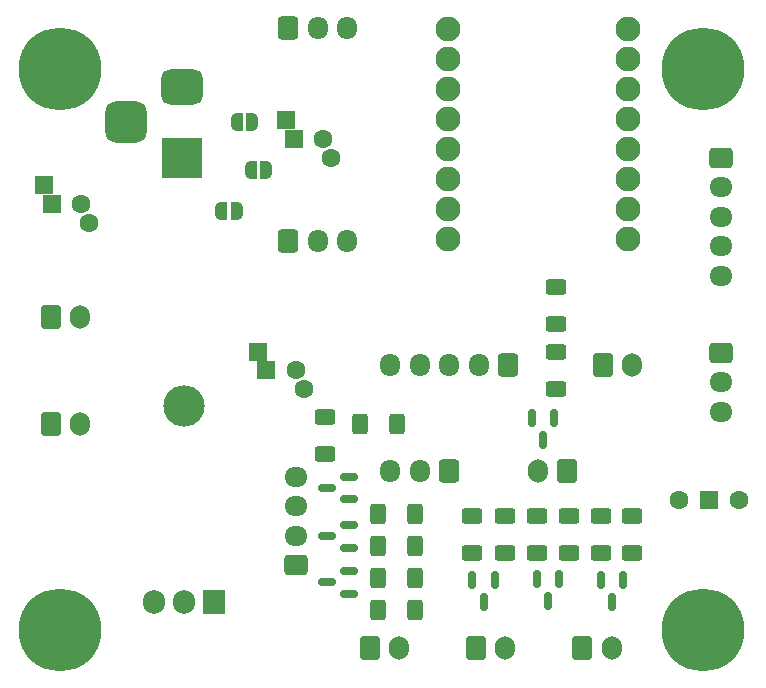
<source format=gbs>
G04 #@! TF.GenerationSoftware,KiCad,Pcbnew,8.0.5-8.0.5-0~ubuntu24.04.1*
G04 #@! TF.CreationDate,2024-09-30T22:34:35+02:00*
G04 #@! TF.ProjectId,ESP32-C3_LED_driver_PCB,45535033-322d-4433-935f-4c45445f6472,v1.0*
G04 #@! TF.SameCoordinates,Original*
G04 #@! TF.FileFunction,Soldermask,Bot*
G04 #@! TF.FilePolarity,Negative*
%FSLAX46Y46*%
G04 Gerber Fmt 4.6, Leading zero omitted, Abs format (unit mm)*
G04 Created by KiCad (PCBNEW 8.0.5-8.0.5-0~ubuntu24.04.1) date 2024-09-30 22:34:35*
%MOMM*%
%LPD*%
G01*
G04 APERTURE LIST*
G04 Aperture macros list*
%AMRoundRect*
0 Rectangle with rounded corners*
0 $1 Rounding radius*
0 $2 $3 $4 $5 $6 $7 $8 $9 X,Y pos of 4 corners*
0 Add a 4 corners polygon primitive as box body*
4,1,4,$2,$3,$4,$5,$6,$7,$8,$9,$2,$3,0*
0 Add four circle primitives for the rounded corners*
1,1,$1+$1,$2,$3*
1,1,$1+$1,$4,$5*
1,1,$1+$1,$6,$7*
1,1,$1+$1,$8,$9*
0 Add four rect primitives between the rounded corners*
20,1,$1+$1,$2,$3,$4,$5,0*
20,1,$1+$1,$4,$5,$6,$7,0*
20,1,$1+$1,$6,$7,$8,$9,0*
20,1,$1+$1,$8,$9,$2,$3,0*%
%AMFreePoly0*
4,1,19,0.500000,-0.750000,0.000000,-0.750000,0.000000,-0.744911,-0.071157,-0.744911,-0.207708,-0.704816,-0.327430,-0.627875,-0.420627,-0.520320,-0.479746,-0.390866,-0.500000,-0.250000,-0.500000,0.250000,-0.479746,0.390866,-0.420627,0.520320,-0.327430,0.627875,-0.207708,0.704816,-0.071157,0.744911,0.000000,0.744911,0.000000,0.750000,0.500000,0.750000,0.500000,-0.750000,0.500000,-0.750000,
$1*%
%AMFreePoly1*
4,1,19,0.000000,0.744911,0.071157,0.744911,0.207708,0.704816,0.327430,0.627875,0.420627,0.520320,0.479746,0.390866,0.500000,0.250000,0.500000,-0.250000,0.479746,-0.390866,0.420627,-0.520320,0.327430,-0.627875,0.207708,-0.704816,0.071157,-0.744911,0.000000,-0.744911,0.000000,-0.750000,-0.500000,-0.750000,-0.500000,0.750000,0.000000,0.750000,0.000000,0.744911,0.000000,0.744911,
$1*%
G04 Aperture macros list end*
%ADD10R,1.500000X1.500000*%
%ADD11C,1.600000*%
%ADD12RoundRect,0.250000X-0.625000X0.400000X-0.625000X-0.400000X0.625000X-0.400000X0.625000X0.400000X0*%
%ADD13RoundRect,0.250000X0.625000X-0.400000X0.625000X0.400000X-0.625000X0.400000X-0.625000X-0.400000X0*%
%ADD14RoundRect,0.150000X-0.150000X0.587500X-0.150000X-0.587500X0.150000X-0.587500X0.150000X0.587500X0*%
%ADD15RoundRect,0.250000X0.600000X0.750000X-0.600000X0.750000X-0.600000X-0.750000X0.600000X-0.750000X0*%
%ADD16O,1.700000X2.000000*%
%ADD17O,1.700000X1.950000*%
%ADD18RoundRect,0.250000X0.600000X0.725000X-0.600000X0.725000X-0.600000X-0.725000X0.600000X-0.725000X0*%
%ADD19C,0.800000*%
%ADD20C,7.000000*%
%ADD21RoundRect,0.250000X-0.600000X-0.750000X0.600000X-0.750000X0.600000X0.750000X-0.600000X0.750000X0*%
%ADD22RoundRect,0.250000X0.400000X0.625000X-0.400000X0.625000X-0.400000X-0.625000X0.400000X-0.625000X0*%
%ADD23R,1.600000X1.600000*%
%ADD24RoundRect,0.250000X-0.400000X-0.625000X0.400000X-0.625000X0.400000X0.625000X-0.400000X0.625000X0*%
%ADD25O,3.500000X3.500000*%
%ADD26R,1.905000X2.000000*%
%ADD27O,1.905000X2.000000*%
%ADD28RoundRect,0.150000X0.587500X0.150000X-0.587500X0.150000X-0.587500X-0.150000X0.587500X-0.150000X0*%
%ADD29FreePoly0,180.000000*%
%ADD30FreePoly1,180.000000*%
%ADD31FreePoly1,0.000000*%
%ADD32FreePoly0,0.000000*%
%ADD33RoundRect,0.250000X-0.600000X-0.725000X0.600000X-0.725000X0.600000X0.725000X-0.600000X0.725000X0*%
%ADD34C,2.109000*%
%ADD35RoundRect,0.250000X-0.725000X0.600000X-0.725000X-0.600000X0.725000X-0.600000X0.725000X0.600000X0*%
%ADD36O,1.950000X1.700000*%
%ADD37R,3.500000X3.500000*%
%ADD38RoundRect,0.750000X-1.000000X0.750000X-1.000000X-0.750000X1.000000X-0.750000X1.000000X0.750000X0*%
%ADD39RoundRect,0.875000X-0.875000X0.875000X-0.875000X-0.875000X0.875000X-0.875000X0.875000X0.875000X0*%
%ADD40RoundRect,0.250000X0.725000X-0.600000X0.725000X0.600000X-0.725000X0.600000X-0.725000X-0.600000X0*%
G04 APERTURE END LIST*
D10*
X161960000Y-103500000D03*
D11*
X159420000Y-103500000D03*
X164500000Y-103500000D03*
D12*
X149000000Y-90950000D03*
X149000000Y-94050000D03*
D13*
X149000000Y-88550000D03*
X149000000Y-85450000D03*
D14*
X147000000Y-96500000D03*
X148900000Y-96500000D03*
X147950000Y-98375000D03*
D15*
X150000000Y-101000000D03*
D16*
X147500000Y-101000000D03*
D17*
X135000000Y-101000000D03*
X137500000Y-101000000D03*
D18*
X140000000Y-101000000D03*
D19*
X109625000Y-67000000D03*
X108856155Y-68856155D03*
X108856155Y-65143845D03*
X107000000Y-69625000D03*
D20*
X107000000Y-67000000D03*
D19*
X107000000Y-64375000D03*
X105143845Y-68856155D03*
X105143845Y-65143845D03*
X104375000Y-67000000D03*
X158875000Y-67000000D03*
X159643845Y-65143845D03*
X159643845Y-68856155D03*
X161500000Y-64375000D03*
D20*
X161500000Y-67000000D03*
D19*
X161500000Y-69625000D03*
X163356155Y-65143845D03*
X163356155Y-68856155D03*
X164125000Y-67000000D03*
X104375000Y-114500000D03*
X105143845Y-112643845D03*
X105143845Y-116356155D03*
X107000000Y-111875000D03*
D20*
X107000000Y-114500000D03*
D19*
X107000000Y-117125000D03*
X108856155Y-112643845D03*
X108856155Y-116356155D03*
X109625000Y-114500000D03*
X164125000Y-114500000D03*
X163356155Y-116356155D03*
X163356155Y-112643845D03*
X161500000Y-117125000D03*
D20*
X161500000Y-114500000D03*
D19*
X161500000Y-111875000D03*
X159643845Y-116356155D03*
X159643845Y-112643845D03*
X158875000Y-114500000D03*
D12*
X144700000Y-107950000D03*
X144700000Y-104850000D03*
D21*
X151250000Y-116000000D03*
D16*
X153750000Y-116000000D03*
D22*
X137050000Y-112750000D03*
X133950000Y-112750000D03*
D17*
X135000000Y-92000000D03*
X137500000Y-92000000D03*
X140000000Y-92000000D03*
X142500000Y-92000000D03*
D18*
X145000000Y-92000000D03*
D14*
X153750000Y-112100000D03*
X154700000Y-110225000D03*
X152800000Y-110225000D03*
D11*
X130000000Y-74500000D03*
X129329063Y-72900000D03*
D23*
X126829063Y-72900000D03*
X126158126Y-71300000D03*
D14*
X141950000Y-110225000D03*
X143850000Y-110225000D03*
X142900000Y-112100000D03*
D12*
X141950000Y-104850000D03*
X141950000Y-107950000D03*
D21*
X142250000Y-116000000D03*
D16*
X144750000Y-116000000D03*
D24*
X132450000Y-97000000D03*
X135550000Y-97000000D03*
D12*
X155500000Y-107950000D03*
X155500000Y-104850000D03*
D25*
X117500000Y-95470000D03*
D26*
X120040000Y-112130000D03*
D27*
X117500000Y-112130000D03*
X114960000Y-112130000D03*
D28*
X129625000Y-102450000D03*
X131500000Y-103400000D03*
X131500000Y-101500000D03*
D22*
X137050000Y-110050000D03*
X133950000Y-110050000D03*
D29*
X123300000Y-71500000D03*
D30*
X122000000Y-71500000D03*
D28*
X131500000Y-109500000D03*
X131500000Y-111400000D03*
X129625000Y-110450000D03*
D31*
X122000000Y-79000000D03*
D32*
X120700000Y-79000000D03*
D21*
X133250000Y-116000000D03*
D16*
X135750000Y-116000000D03*
D22*
X133950000Y-107350000D03*
X137050000Y-107350000D03*
D12*
X150100000Y-104850000D03*
X150100000Y-107950000D03*
D28*
X131500000Y-105600000D03*
X131500000Y-107500000D03*
X129625000Y-106550000D03*
D33*
X126341874Y-63500000D03*
D17*
X128841874Y-63500000D03*
X131341874Y-63500000D03*
D22*
X133950000Y-104650000D03*
X137050000Y-104650000D03*
D21*
X106250000Y-87975000D03*
D16*
X108750000Y-87975000D03*
D34*
X155120000Y-66140000D03*
X139880000Y-81380000D03*
X139880000Y-78840000D03*
X139880000Y-76300000D03*
X139880000Y-73760000D03*
X139880000Y-71220000D03*
X139880000Y-68680000D03*
X139880000Y-66140000D03*
X155120000Y-63600000D03*
X139880000Y-63600000D03*
X155120000Y-71220000D03*
X155120000Y-68680000D03*
X155120000Y-73760000D03*
X155120000Y-76300000D03*
X155120000Y-78840000D03*
X155120000Y-81380000D03*
D35*
X163025000Y-74500000D03*
D36*
X163025000Y-77000000D03*
X163025000Y-79500000D03*
X163025000Y-82000000D03*
X163025000Y-84500000D03*
D21*
X153000000Y-92000000D03*
D16*
X155500000Y-92000000D03*
D37*
X117341874Y-74500000D03*
D38*
X117341874Y-68500000D03*
D39*
X112641874Y-71500000D03*
D12*
X147400000Y-104850000D03*
X147400000Y-107950000D03*
D40*
X127000000Y-109000000D03*
D36*
X127000000Y-106500000D03*
X127000000Y-104000000D03*
X127000000Y-101500000D03*
D32*
X123200000Y-75500000D03*
D31*
X124500000Y-75500000D03*
D12*
X152800000Y-104850000D03*
X152800000Y-107950000D03*
D35*
X163000000Y-91000000D03*
D36*
X163000000Y-93500000D03*
X163000000Y-96000000D03*
D33*
X126341874Y-81500000D03*
D17*
X128841874Y-81500000D03*
X131341874Y-81500000D03*
D11*
X127670937Y-94100000D03*
X127000000Y-92500000D03*
D23*
X124500000Y-92500000D03*
X123829063Y-90900000D03*
D14*
X147400000Y-110175000D03*
X149300000Y-110175000D03*
X148350000Y-112050000D03*
D16*
X108750000Y-97000000D03*
D21*
X106250000Y-97000000D03*
D23*
X105658126Y-76800000D03*
X106329063Y-78400000D03*
D11*
X108829063Y-78400000D03*
X109500000Y-80000000D03*
D12*
X129500000Y-96450000D03*
X129500000Y-99550000D03*
M02*

</source>
